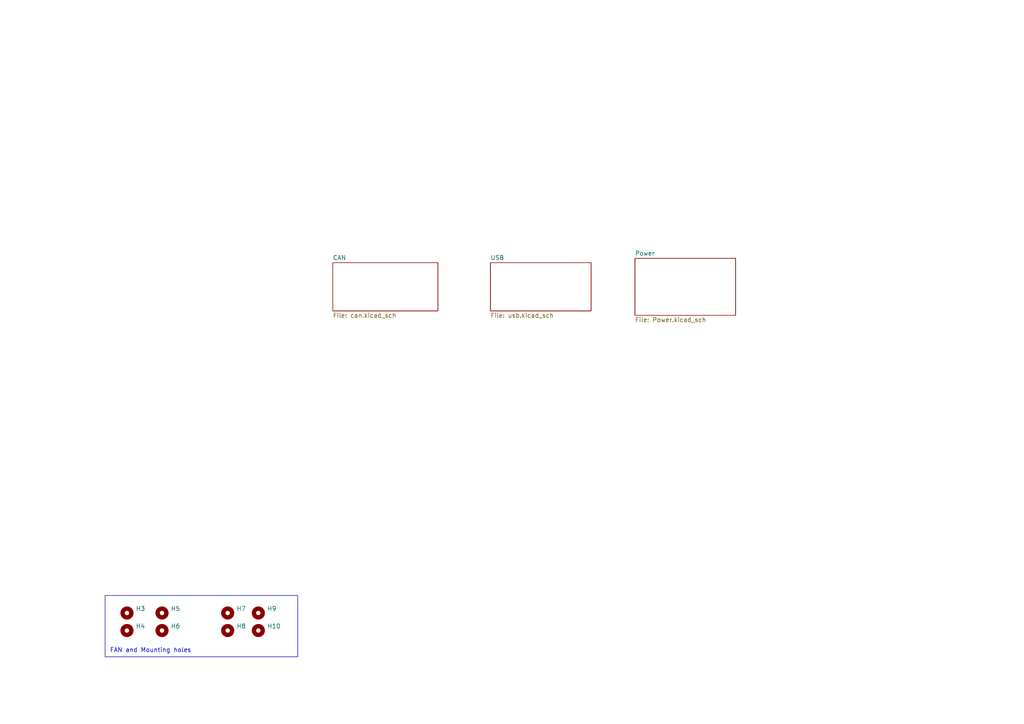
<source format=kicad_sch>
(kicad_sch (version 20231120) (generator "eeschema") (generator_version "8.0")
  (paper "A4")
  (lib_symbols
    (symbol "Mechanical:MountingHole" (pin_names (offset 1.016)) (exclude_from_sim yes) (in_bom no)
      (property "Reference" "H" (at 0 5.08 0))
      (property "Value" "MountingHole" (at 0 3.175 0))
      (symbol "MountingHole_0_1"
        (circle (center 0 0) (radius 1.27) (stroke (width 1.27)))
      )
    )
  )
  (rectangle (start 30.48 172.72) (end 86.36 190.5))
  (text "FAN and Mounting holes\n" (at 43.688 188.722 0) (effects (font (size 1.27 1.27))))
  (symbol (lib_id "Mechanical:MountingHole") (at 36.83 177.8 0) (unit 1) (exclude_from_sim yes) (in_bom no)
    (property "Reference" "H3" (at 39.37 176.5299 0) (effects (justify left)))
    (property "Value" "MountingHole" (effects (hide yes)))
    (property "Footprint" "MountingHole:MountingHole_3.5mm" (effects (hide yes)))
    (property "Description" "Mounting Hole without connection" (effects (hide yes)))
  )
  (symbol (lib_id "Mechanical:MountingHole") (at 66.04 177.8 0) (unit 1) (exclude_from_sim yes) (in_bom no)
    (property "Reference" "H7" (at 68.58 176.5299 0) (effects (justify left)))
    (property "Value" "MountingHole" (effects (hide yes)))
    (property "Footprint" "MountingHole:MountingHole_3.5mm" (effects (hide yes)))
    (property "Description" "Mounting Hole without connection" (effects (hide yes)))
  )
  (symbol (lib_id "Mechanical:MountingHole") (at 46.99 182.88 0) (unit 1) (exclude_from_sim yes) (in_bom no)
    (property "Reference" "H6" (at 49.53 181.6099 0) (effects (justify left)))
    (property "Value" "MountingHole" (effects (hide yes)))
    (property "Footprint" "MountingHole:MountingHole_3.5mm" (effects (hide yes)))
    (property "Description" "Mounting Hole without connection" (effects (hide yes)))
  )
  (symbol (lib_id "Mechanical:MountingHole") (at 74.93 177.8 0) (unit 1) (exclude_from_sim yes) (in_bom no)
    (property "Reference" "H9" (at 77.47 176.5299 0) (effects (justify left)))
    (property "Value" "MountingHole" (effects (hide yes)))
    (property "Footprint" "MountingHole:MountingHole_3.5mm" (effects (hide yes)))
    (property "Description" "Mounting Hole without connection" (effects (hide yes)))
  )
  (symbol (lib_id "Mechanical:MountingHole") (at 36.83 182.88 0) (unit 1) (exclude_from_sim yes) (in_bom no)
    (property "Reference" "H4" (at 39.37 181.6099 0) (effects (justify left)))
    (property "Value" "MountingHole" (effects (hide yes)))
    (property "Footprint" "MountingHole:MountingHole_3.5mm" (effects (hide yes)))
    (property "Description" "Mounting Hole without connection" (effects (hide yes)))
  )
  (symbol (lib_id "Mechanical:MountingHole") (at 46.99 177.8 0) (unit 1) (exclude_from_sim yes) (in_bom no)
    (property "Reference" "H5" (at 49.53 176.5299 0) (effects (justify left)))
    (property "Value" "MountingHole" (effects (hide yes)))
    (property "Footprint" "MountingHole:MountingHole_3.5mm" (effects (hide yes)))
    (property "Description" "Mounting Hole without connection" (effects (hide yes)))
  )
  (symbol (lib_id "Mechanical:MountingHole") (at 74.93 182.88 0) (unit 1) (exclude_from_sim yes) (in_bom no)
    (property "Reference" "H10" (at 77.47 181.6099 0) (effects (justify left)))
    (property "Value" "MountingHole" (effects (hide yes)))
    (property "Footprint" "MountingHole:MountingHole_3.5mm" (effects (hide yes)))
    (property "Description" "Mounting Hole without connection" (effects (hide yes)))
  )
  (symbol (lib_id "Mechanical:MountingHole") (at 66.04 182.88 0) (unit 1) (exclude_from_sim yes) (in_bom no)
    (property "Reference" "H8" (at 68.58 181.6099 0) (effects (justify left)))
    (property "Value" "MountingHole" (effects (hide yes)))
    (property "Footprint" "MountingHole:MountingHole_3.5mm" (effects (hide yes)))
    (property "Description" "Mounting Hole without connection" (effects (hide yes)))
  )
  (sheet (at 184.15 74.93) (size 29.21 16.51) (stroke (width 0.1524))
    (property "Sheetname" "Power" (at 184.15 74.2184 0) (effects (justify left bottom)))
    (property "Sheetfile" "Power.kicad_sch" (at 184.15 92.0246 0) (effects (justify left top)))
  )
  (sheet (at 96.52 76.2) (size 30.48 13.97) (stroke (width 0.1524))
    (property "Sheetname" "CAN" (at 96.52 75.4884 0) (effects (justify left bottom)))
    (property "Sheetfile" "can.kicad_sch" (at 96.52 90.7546 0) (effects (justify left top)))
  )
  (sheet (at 142.24 76.2) (size 29.21 13.97) (stroke (width 0.1524))
    (property "Sheetname" "USB" (at 142.24 75.4884 0) (effects (justify left bottom)))
    (property "Sheetfile" "usb.kicad_sch" (at 142.24 90.7546 0) (effects (justify left top)))
  )
)
</source>
